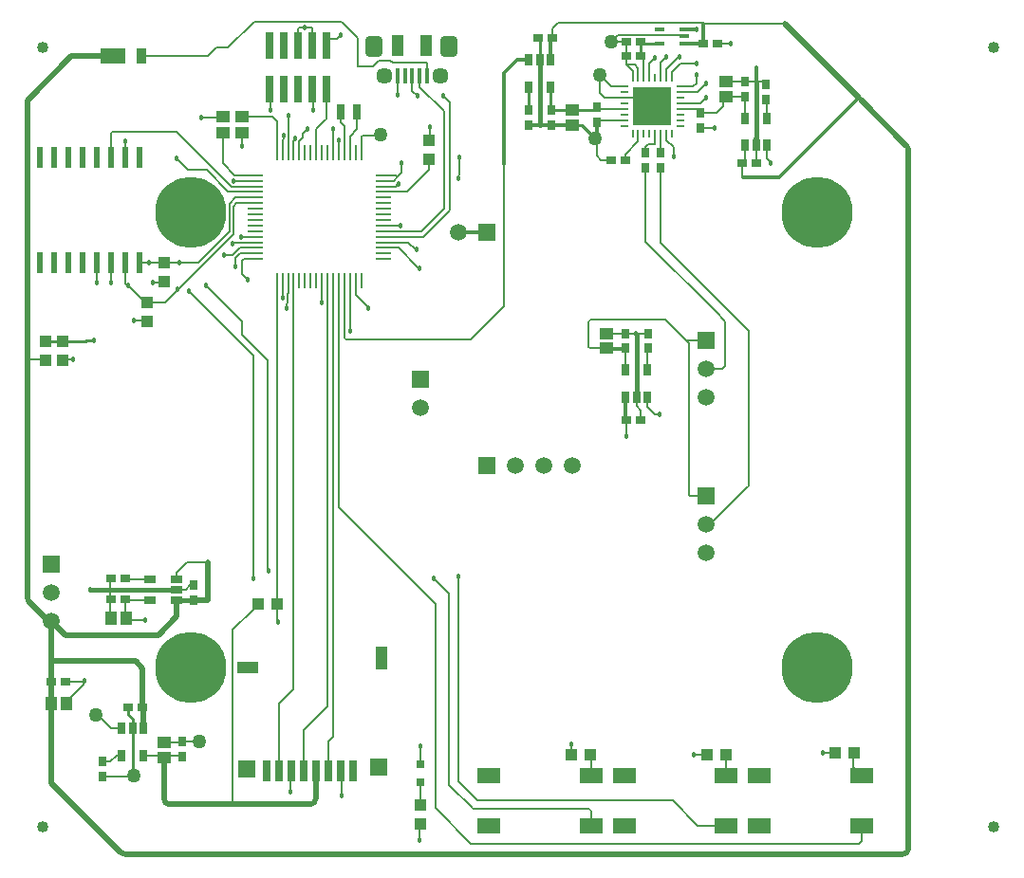
<source format=gtl>
G04*
G04 #@! TF.GenerationSoftware,Altium Limited,Altium Designer,21.9.2 (33)*
G04*
G04 Layer_Physical_Order=1*
G04 Layer_Color=255*
%FSLAX25Y25*%
%MOIN*%
G70*
G04*
G04 #@! TF.SameCoordinates,36AF05F9-EE1F-4495-BFDE-5FD0FD3D89CD*
G04*
G04*
G04 #@! TF.FilePolarity,Positive*
G04*
G01*
G75*
%ADD10C,0.01000*%
%ADD14C,0.00600*%
%ADD16R,0.02992X0.09449*%
%ADD17R,0.03937X0.04331*%
%ADD18R,0.04000X0.05000*%
%ADD19R,0.03543X0.02756*%
%ADD20R,0.02756X0.03543*%
%ADD21R,0.08661X0.05512*%
%ADD22R,0.03543X0.05512*%
%ADD23R,0.01100X0.05800*%
%ADD24R,0.05800X0.01100*%
%ADD25R,0.03937X0.07480*%
%ADD26R,0.01575X0.05315*%
%ADD27R,0.04331X0.02559*%
%ADD28R,0.03150X0.03150*%
%ADD29R,0.02087X0.07795*%
%ADD30R,0.04724X0.04331*%
%ADD31R,0.02559X0.04331*%
%ADD32R,0.05000X0.04000*%
%ADD33R,0.02953X0.05512*%
%ADD34R,0.04331X0.03937*%
%ADD35R,0.08268X0.05512*%
%ADD36R,0.03150X0.07480*%
%ADD37R,0.05906X0.05906*%
%ADD38R,0.03937X0.07874*%
%ADD39R,0.07284X0.03937*%
%ADD40O,0.00787X0.02756*%
%ADD41O,0.02756X0.00787*%
%ADD43R,0.03543X0.01575*%
%ADD72C,0.05000*%
%ADD79C,0.02000*%
%ADD80C,0.00800*%
%ADD81C,0.02000*%
%ADD82C,0.01500*%
%ADD83R,0.13386X0.13386*%
%ADD84C,0.04000*%
%ADD85C,0.01200*%
%ADD86C,0.05906*%
%ADD87C,0.05709*%
G04:AMPARAMS|DCode=88|XSize=59.06mil|YSize=74.8mil|CornerRadius=14.76mil|HoleSize=0mil|Usage=FLASHONLY|Rotation=180.000|XOffset=0mil|YOffset=0mil|HoleType=Round|Shape=RoundedRectangle|*
%AMROUNDEDRECTD88*
21,1,0.05906,0.04528,0,0,180.0*
21,1,0.02953,0.07480,0,0,180.0*
1,1,0.02953,-0.01476,0.02264*
1,1,0.02953,0.01476,0.02264*
1,1,0.02953,0.01476,-0.02264*
1,1,0.02953,-0.01476,-0.02264*
%
%ADD88ROUNDEDRECTD88*%
%ADD89R,0.05906X0.05906*%
%ADD90C,0.25000*%
%ADD91C,0.01800*%
D10*
X32080Y-255456D02*
G03*
X32063Y-254063I-726J688D01*
G01*
X32079Y-255457D02*
G03*
X32080Y-255456I-725J689D01*
G01*
X32061Y-254061D02*
X32063Y-254063D01*
X32079Y-255457D02*
X32080Y-255456D01*
X31808Y-255742D02*
X32079Y-255457D01*
X15196Y-102929D02*
X17871D01*
X14971Y-103154D02*
X15196Y-102929D01*
X7000Y-103154D02*
X14971D01*
X189150Y-27150D02*
X194000Y-32000D01*
X186000Y-27150D02*
X189150D01*
X31500Y-253500D02*
X32061Y-254061D01*
X31500Y-253500D02*
Y-239276D01*
X1000Y-103154D02*
X7000D01*
X31500Y-239276D02*
Y-236000D01*
X29941Y-234441D02*
X31500Y-236000D01*
X29941Y-234441D02*
Y-232000D01*
X210618Y1441D02*
X216669D01*
X210059Y-3000D02*
Y2000D01*
X174500Y-4276D02*
Y2941D01*
X186000Y-21850D02*
X195043D01*
X178500Y-21941D02*
X185909D01*
X178240Y-21681D02*
Y-13724D01*
X170760Y-21681D02*
Y-13724D01*
D14*
X105173Y8827D02*
G03*
X104752Y9000I-421J-427D01*
G01*
X110500Y3252D02*
G03*
X110326Y3674I-600J0D01*
G01*
X74248Y9000D02*
G03*
X73824Y8824I0J-600D01*
G01*
X84204Y-33431D02*
G03*
X84200Y-33503I596J-72D01*
G01*
X63073Y-24325D02*
G03*
X63073Y-24324I-424J425D01*
G01*
X62649Y-24500D02*
G03*
X63073Y-24325I0J600D01*
G01*
X221176Y-264676D02*
G03*
X220752Y-264500I-424J-424D01*
G01*
X152324Y-264324D02*
G03*
X152749Y-264500I424J424D01*
G01*
X192500Y-268100D02*
G03*
X191900Y-267500I-600J0D01*
G01*
X150824Y-267324D02*
G03*
X151249Y-267500I424J424D01*
G01*
X145800Y-257552D02*
G03*
X145974Y-257974I600J0D01*
G01*
X142500Y-258752D02*
G03*
X142674Y-259174I600J0D01*
G01*
X286252Y-280000D02*
G03*
X286676Y-279824I-0J600D01*
G01*
X150324Y-279824D02*
G03*
X150749Y-280000I424J424D01*
G01*
X138000Y-267251D02*
G03*
X138174Y-267674I600J0D01*
G01*
X42752Y-89500D02*
G03*
X43176Y-89324I0J600D01*
G01*
X108000Y-84623D02*
G03*
X107999Y-84580I-600J0D01*
G01*
X105900Y-101900D02*
G03*
X106500Y-102500I600J0D01*
G01*
X150251D02*
G03*
X150676Y-102324I0J600D01*
G01*
X66676Y-204478D02*
G03*
X66500Y-204902I424J-424D01*
G01*
X86057Y-88284D02*
G03*
X86079Y-88030I-1777J285D01*
G01*
X86148Y-84614D02*
G03*
X86148Y-84603I-600J12D01*
G01*
X146125Y-43936D02*
G03*
X146126Y-43900I-599J36D01*
G01*
X142824Y-57176D02*
G03*
X143000Y-56752I-424J424D01*
G01*
Y-19748D02*
G03*
X142824Y-19324I-600J0D01*
G01*
X140824Y-56676D02*
G03*
X141000Y-56252I-424J424D01*
G01*
Y-22749D02*
G03*
X140824Y-22324I-600J0D01*
G01*
X135935Y-30097D02*
G03*
X135961Y-29934I-574J175D01*
G01*
X96176Y-28324D02*
G03*
X96000Y-28749I424J-424D01*
G01*
X99322Y-25178D02*
G03*
X99500Y-24755I-422J427D01*
G01*
Y2031D02*
X100696Y3227D01*
X103227D02*
X104500Y4500D01*
X99500Y854D02*
Y2031D01*
X100696Y3227D02*
X103227D01*
X92000Y7000D02*
X94148D01*
X94500Y6649D01*
Y854D02*
Y6649D01*
X90000Y7000D02*
X92000D01*
X89500Y6500D02*
X90000Y7000D01*
X89500Y854D02*
Y6500D01*
X74248Y9000D02*
X104752D01*
X105173Y8827D02*
X110326Y3674D01*
X110500Y-6500D02*
Y3252D01*
X65000Y0D02*
X73824Y8824D01*
X94500Y-14500D02*
X94800Y-14800D01*
Y-22000D02*
Y-14800D01*
X79800Y-22000D02*
Y-14800D01*
X79500Y-14500D02*
X79800Y-14800D01*
X110500Y-6500D02*
X116000D01*
X61000Y0D02*
X65000D01*
X58000Y-3000D02*
X61000Y0D01*
X132500Y-266154D02*
Y-258248D01*
X132300Y-278500D02*
Y-273046D01*
X132500Y-272847D01*
X128400Y-68400D02*
X131000Y-71000D01*
X84204Y-33431D02*
X84500Y-30977D01*
X185653Y-244654D02*
X186000Y-245000D01*
X185653Y-248500D02*
Y-244654D01*
X63073Y-24324D02*
X63153Y-24244D01*
X63073Y-24325D02*
X63073Y-24324D01*
X55500Y-24500D02*
X62649D01*
X23712Y-201034D02*
Y-190534D01*
X145974Y-257974D02*
X152324Y-264324D01*
X221176Y-264676D02*
X230000Y-273500D01*
X152749Y-264500D02*
X220752D01*
X151249Y-267500D02*
X191900D01*
X192500Y-273500D02*
Y-268100D01*
X142674Y-259174D02*
X150824Y-267324D01*
X145800Y-257552D02*
Y-186000D01*
X142500Y-258752D02*
Y-192000D01*
X79000Y-184000D02*
Y-110000D01*
X286676Y-279824D02*
X287500Y-279000D01*
X150749Y-280000D02*
X286252D01*
X138174Y-267674D02*
X150324Y-279824D01*
X287500Y-279000D02*
Y-273500D01*
X138000Y-267251D02*
Y-195500D01*
X226000Y-103000D02*
X227000Y-104000D01*
X227351Y-157500D02*
X233000D01*
X227000Y-157149D02*
X227351Y-157500D01*
X227000Y-157149D02*
Y-104000D01*
X218500Y-95500D02*
X226000Y-103000D01*
X233000D01*
X37300Y-75500D02*
X47800D01*
X43176Y-89324D02*
X67000Y-65500D01*
X35800Y-89500D02*
X42752D01*
X47800Y-75500D02*
X54500D01*
X34000D02*
X37300D01*
X107800Y-82000D02*
X107998Y-84577D01*
X107999Y-84580D01*
X108000Y-84623D02*
X108000Y-99500D01*
X105900Y-101900D02*
Y-82000D01*
X106500Y-102500D02*
X150251D01*
X150676Y-102324D02*
X162000Y-91000D01*
X42347Y-82500D02*
X42500Y-82346D01*
X38500Y-82500D02*
X42347D01*
X47000Y-39000D02*
X51000Y-43000D01*
X57500D01*
X65100Y-50600D01*
X74500D01*
X34496Y-3000D02*
X58000D01*
X66676Y-204478D02*
X73788Y-197365D01*
X66500Y-266000D02*
Y-204902D01*
X73788Y-197169D02*
X75457Y-195500D01*
X75653D01*
X73788Y-197365D02*
Y-197169D01*
X51300Y-85500D02*
X74000Y-108200D01*
Y-186500D02*
Y-108200D01*
X7346Y-109500D02*
X10500D01*
X7000Y-109846D02*
X7346Y-109500D01*
X86079Y-88030D02*
X86148Y-84614D01*
X86148Y-84603D02*
X86148Y-84602D01*
X85546Y-91475D02*
X86057Y-88284D01*
X86148Y-84602D02*
Y-84600D01*
X50500Y-181000D02*
X57941D01*
X54181Y-194274D02*
X54362Y-194093D01*
X14270Y-223880D02*
Y-222730D01*
X14500Y-222500D01*
X8150Y-230500D02*
Y-230000D01*
X14270Y-223880D01*
X14175Y-222500D02*
X14500D01*
X8059Y-223000D02*
X13675D01*
X14175Y-222500D01*
X103900Y-161400D02*
Y-82000D01*
Y-161400D02*
X138000Y-195500D01*
X162000Y-91000D02*
Y-40500D01*
X274000Y-248000D02*
X278153D01*
X228500Y-248500D02*
X233154D01*
X137500Y-187000D02*
X142500Y-192000D01*
X70000Y-101000D02*
X79000Y-110000D01*
X70000Y-101000D02*
Y-96200D01*
X57300Y-83500D02*
X70000Y-96200D01*
X82200Y-201700D02*
X82500Y-202000D01*
X82200Y-201700D02*
Y-82000D01*
X69550Y-66450D02*
X74450D01*
X74500Y-66400D01*
X69500Y-66500D02*
X69550Y-66450D01*
X36154Y-96000D02*
X36500Y-96346D01*
X32000Y-96000D02*
X36154D01*
X29800Y-83500D02*
X35800Y-89500D01*
X109800Y-86800D02*
X114500Y-91500D01*
X98000Y-89500D02*
Y-82000D01*
X91480Y-240020D02*
X100000Y-231500D01*
Y-82000D01*
X101900Y-242100D02*
Y-82000D01*
X100142Y-243858D02*
X101900Y-242100D01*
X109800Y-86800D02*
Y-82000D01*
X87000Y-257491D02*
X87150Y-254051D01*
X87000Y-261500D02*
Y-257491D01*
X104472Y-254051D02*
X104800Y-254379D01*
Y-263000D02*
Y-254379D01*
X91480Y-254051D02*
Y-240020D01*
X100142Y-254051D02*
Y-243858D01*
X82819Y-230681D02*
X88100Y-225400D01*
X82819Y-254051D02*
Y-230681D01*
X146000Y-46000D02*
X146125Y-43936D01*
X146126Y-43900D02*
Y-38500D01*
X86148Y-84600D02*
X86200Y-82001D01*
X84280Y-88000D02*
Y-84600D01*
X84200Y-82000D02*
X84280Y-84600D01*
X88100Y-225400D02*
Y-82000D01*
X119500Y-62500D02*
X125500D01*
X124675Y-48000D02*
X125000D01*
X124000Y-44700D02*
X124650Y-45350D01*
X119500Y-44700D02*
X124000D01*
X119500Y-46700D02*
X123300D01*
X124650Y-45350D01*
X126000Y-44000D01*
X123975Y-48700D02*
X124675Y-48000D01*
X126000Y-44000D02*
Y-40500D01*
X91435Y-31565D02*
Y-30065D01*
X93000Y-28500D01*
X90100Y-32900D02*
X91435Y-31565D01*
X90100Y-37000D02*
Y-32900D01*
X88100Y-32725D02*
X88500Y-32325D01*
Y-32000D01*
X88100Y-37000D02*
Y-32725D01*
X86200Y-37000D02*
X86300Y-34400D01*
Y-24000D01*
X84200Y-37000D02*
Y-33503D01*
X124800Y-70300D02*
X132000Y-77500D01*
X119500Y-70300D02*
X124800D01*
X119500Y-68400D02*
X128400D01*
X47086Y-186794D02*
Y-184414D01*
X69212Y-70300D02*
X74500D01*
X66512Y-73000D02*
X69212Y-70300D01*
X63500Y-73000D02*
X66512D01*
X67500Y-74000D02*
X69200Y-72300D01*
X74500D01*
X67500Y-77000D02*
Y-74000D01*
X67371Y-68400D02*
X74500D01*
X66771Y-69000D02*
X67371Y-68400D01*
X47086Y-184414D02*
X50500Y-181000D01*
X132500Y-251752D02*
Y-245500D01*
X19000Y-82500D02*
Y-75500D01*
X29000Y-38610D02*
Y-33000D01*
X24000Y-38610D02*
Y-30000D01*
X24500Y-29500D01*
X46954D01*
X66254Y-48800D01*
X69027D02*
X69127Y-48700D01*
X74500D01*
X66254Y-48800D02*
X69027D01*
X67200Y-44700D02*
X74500D01*
X63153Y-40653D02*
X67200Y-44700D01*
Y-46700D02*
X74500D01*
X65500Y-54700D02*
X67600Y-52600D01*
X65500Y-64500D02*
Y-54700D01*
X54500Y-75500D02*
X65500Y-64500D01*
X29000Y-83000D02*
X29500Y-83500D01*
X29000Y-83000D02*
Y-75500D01*
X67000Y-65500D02*
Y-55700D01*
X68100Y-54600D01*
X74500D01*
X67600Y-52600D02*
X74500D01*
X116000Y-6500D02*
X118000Y-4500D01*
X122000D01*
X122791Y-5291D01*
X134440D01*
X134791Y-9736D02*
Y-5643D01*
X134440Y-5291D02*
X134791Y-5643D01*
X124528Y-16472D02*
Y-9764D01*
X124500Y-16500D02*
X124528Y-16472D01*
Y-9764D02*
X124555Y-9736D01*
X140500Y-17000D02*
X142824Y-19324D01*
X133600Y-66400D02*
X142824Y-57176D01*
X143000Y-56752D02*
Y-19748D01*
X133100Y-64400D02*
X140824Y-56676D01*
X132232Y-13732D02*
X140824Y-22324D01*
X141000Y-56252D02*
Y-22749D01*
X119500Y-64400D02*
X133100D01*
X132232Y-13732D02*
Y-9736D01*
X129673Y-15173D02*
X131500Y-17000D01*
X129673Y-15173D02*
Y-9736D01*
X119500Y-66400D02*
X133600D01*
X135961Y-29934D02*
X136000Y-28000D01*
X135500Y-31500D02*
X135934Y-30100D01*
X135935Y-30097D01*
X28921Y-200943D02*
Y-194534D01*
X29012Y-201034D02*
X35862D01*
X135653Y-42846D02*
Y-39500D01*
X119500Y-50600D02*
X127900D01*
X119500Y-48700D02*
X123975D01*
X127900Y-50600D02*
X135653Y-42846D01*
X70000Y-79500D02*
Y-75000D01*
X70700Y-74300D02*
X74500D01*
X70000Y-75000D02*
X70700Y-74300D01*
X23712Y-186625D02*
X23803Y-186534D01*
X28921Y-187034D02*
X29161Y-186794D01*
X23712Y-190534D02*
Y-186625D01*
X47086Y-190534D02*
X50154D01*
X51713Y-188975D01*
X29161Y-186794D02*
X37637D01*
X70000Y-79500D02*
X72000Y-81500D01*
X29181Y-194274D02*
X37637D01*
X28921Y-194534D02*
X29181Y-194274D01*
X28921Y-200943D02*
X29012Y-201034D01*
X47346Y-186534D02*
X48232D01*
X47086Y-186794D02*
X47346Y-186534D01*
X21000Y-256059D02*
X31441D01*
X21000Y-250941D02*
X23559D01*
X25776Y-248724D01*
X27760D01*
X23776Y-239276D02*
X27760D01*
X19500Y-235000D02*
X23776Y-239276D01*
X80744Y-24244D02*
X82200Y-25700D01*
X69846Y-24244D02*
X80744D01*
X70000Y-34500D02*
Y-29909D01*
X69846Y-29756D02*
X70000Y-29909D01*
X96176Y-28324D02*
X99322Y-25178D01*
X96000Y-31812D02*
X96000Y-28749D01*
X102000Y-34400D02*
Y-28500D01*
X96000Y-37000D02*
Y-31812D01*
X63153Y-40653D02*
Y-29756D01*
X103900Y-37000D02*
X103950Y-36950D01*
X110354Y-28646D02*
Y-22500D01*
X112152Y-30700D02*
X118300D01*
X111800Y-31051D02*
X112152Y-30700D01*
X111800Y-37000D02*
Y-31051D01*
X107800Y-31200D02*
X110354Y-28646D01*
X107800Y-37000D02*
Y-31200D01*
X105900Y-37000D02*
Y-27400D01*
X104646Y-26146D02*
X105900Y-27400D01*
X104646Y-26146D02*
Y-22500D01*
X103950Y-36950D02*
Y-32550D01*
X104000Y-32500D01*
X101900Y-37000D02*
X102000Y-34400D01*
X99500Y-24755D02*
Y-12500D01*
X82200Y-37000D02*
Y-25700D01*
X230000Y-273500D02*
X240000D01*
D16*
X79500Y854D02*
D03*
Y-14500D02*
D03*
X84500Y854D02*
D03*
Y-14500D02*
D03*
X89500Y854D02*
D03*
Y-14500D02*
D03*
X94500Y854D02*
D03*
Y-14500D02*
D03*
X99500Y854D02*
D03*
Y-14500D02*
D03*
D17*
X132500Y-272847D02*
D03*
Y-266154D02*
D03*
X36500Y-96346D02*
D03*
Y-89653D02*
D03*
X1000Y-109846D02*
D03*
Y-103154D02*
D03*
X7000Y-103154D02*
D03*
Y-109846D02*
D03*
X135500Y-32653D02*
D03*
Y-39346D02*
D03*
X42500Y-82346D02*
D03*
Y-75653D02*
D03*
D18*
X8150Y-230500D02*
D03*
X2850D02*
D03*
X29150Y-200500D02*
D03*
X23850D02*
D03*
D19*
X8059Y-223000D02*
D03*
X2941D02*
D03*
X28921Y-186534D02*
D03*
X23803D02*
D03*
X29059Y-194000D02*
D03*
X23941D02*
D03*
X29941Y-232000D02*
D03*
X35059D02*
D03*
X204941Y-3000D02*
D03*
X210059D02*
D03*
X179059Y3500D02*
D03*
X173941D02*
D03*
X210059Y-131000D02*
D03*
X204941D02*
D03*
X199441Y-39500D02*
D03*
X204559D02*
D03*
X250559Y-40500D02*
D03*
X245441D02*
D03*
X237059Y1500D02*
D03*
X231941D02*
D03*
X204941Y2000D02*
D03*
X210059D02*
D03*
D20*
X211500Y-42059D02*
D03*
Y-36941D02*
D03*
X53000Y-194059D02*
D03*
Y-188941D02*
D03*
X21000Y-256059D02*
D03*
Y-250941D02*
D03*
X49000Y-243941D02*
D03*
Y-249059D02*
D03*
X178500Y-27059D02*
D03*
Y-21941D02*
D03*
X170500Y-27059D02*
D03*
Y-21941D02*
D03*
X194500Y-26059D02*
D03*
Y-20941D02*
D03*
X204500Y-100457D02*
D03*
Y-105575D02*
D03*
X231000Y-28059D02*
D03*
Y-22941D02*
D03*
X212500Y-100457D02*
D03*
Y-105575D02*
D03*
X246500Y-11941D02*
D03*
Y-17059D02*
D03*
X254000Y-12941D02*
D03*
Y-18059D02*
D03*
X217000Y-36941D02*
D03*
Y-42059D02*
D03*
D21*
X24457Y-3000D02*
D03*
D22*
X34496D02*
D03*
D23*
X111800Y-82000D02*
D03*
X109800D02*
D03*
X107800D02*
D03*
X105900D02*
D03*
X103900D02*
D03*
X101900D02*
D03*
X100000D02*
D03*
X98000D02*
D03*
X96000D02*
D03*
X94000D02*
D03*
X92100D02*
D03*
X90100D02*
D03*
X88100D02*
D03*
X86200D02*
D03*
X84200D02*
D03*
X82200D02*
D03*
Y-37000D02*
D03*
X84200D02*
D03*
X86200D02*
D03*
X88100D02*
D03*
X90100D02*
D03*
X92100D02*
D03*
X94000D02*
D03*
X96000D02*
D03*
X98000D02*
D03*
X100000D02*
D03*
X101900D02*
D03*
X103900D02*
D03*
X105900D02*
D03*
X107800D02*
D03*
X109800D02*
D03*
X111800D02*
D03*
D24*
X74500Y-74300D02*
D03*
Y-72300D02*
D03*
Y-70300D02*
D03*
Y-68400D02*
D03*
Y-66400D02*
D03*
Y-64400D02*
D03*
Y-62500D02*
D03*
Y-60500D02*
D03*
Y-58500D02*
D03*
Y-56500D02*
D03*
Y-54600D02*
D03*
Y-52600D02*
D03*
Y-50600D02*
D03*
Y-48700D02*
D03*
Y-46700D02*
D03*
Y-44700D02*
D03*
X119500D02*
D03*
Y-46700D02*
D03*
Y-48700D02*
D03*
Y-50600D02*
D03*
Y-52600D02*
D03*
Y-54600D02*
D03*
Y-56500D02*
D03*
Y-58500D02*
D03*
Y-60500D02*
D03*
Y-62500D02*
D03*
Y-64400D02*
D03*
Y-66400D02*
D03*
Y-68400D02*
D03*
Y-70300D02*
D03*
Y-72300D02*
D03*
Y-74300D02*
D03*
D25*
X124752Y894D02*
D03*
X134595D02*
D03*
D26*
X124555Y-9736D02*
D03*
X127114D02*
D03*
X129673D02*
D03*
X132232D02*
D03*
X134791D02*
D03*
D27*
X47086Y-194274D02*
D03*
Y-190534D02*
D03*
Y-186794D02*
D03*
X37637D02*
D03*
Y-194274D02*
D03*
D28*
X132500Y-258248D02*
D03*
Y-251752D02*
D03*
D29*
X-1000Y-75500D02*
D03*
X4000D02*
D03*
X9000D02*
D03*
X14000D02*
D03*
X19000D02*
D03*
X24000D02*
D03*
X29000D02*
D03*
X34000D02*
D03*
X-1000Y-38610D02*
D03*
X4000D02*
D03*
X9000D02*
D03*
X14000D02*
D03*
X19000D02*
D03*
X24000D02*
D03*
X29000D02*
D03*
X34000D02*
D03*
D30*
X63153Y-29756D02*
D03*
X69846D02*
D03*
Y-24244D02*
D03*
X63153D02*
D03*
D31*
X35240Y-248724D02*
D03*
X27760D02*
D03*
Y-239276D02*
D03*
X31500D02*
D03*
X35240D02*
D03*
X178240Y-13724D02*
D03*
X170760D02*
D03*
Y-4276D02*
D03*
X174500D02*
D03*
X178240D02*
D03*
X204760Y-113291D02*
D03*
X212240D02*
D03*
Y-122740D02*
D03*
X208500D02*
D03*
X204760D02*
D03*
X246760Y-24776D02*
D03*
X254240D02*
D03*
Y-34224D02*
D03*
X250500D02*
D03*
X246760D02*
D03*
D32*
X42500Y-244350D02*
D03*
Y-249650D02*
D03*
X186000Y-27150D02*
D03*
Y-21850D02*
D03*
X198000Y-100366D02*
D03*
Y-105666D02*
D03*
X240000Y-11850D02*
D03*
Y-17150D02*
D03*
D33*
X104646Y-22500D02*
D03*
X110354D02*
D03*
D34*
X82346Y-195500D02*
D03*
X75653D02*
D03*
X233154Y-248500D02*
D03*
X239846D02*
D03*
X185653D02*
D03*
X192347D02*
D03*
X278153Y-248000D02*
D03*
X284846D02*
D03*
D35*
X204173Y-255784D02*
D03*
Y-273500D02*
D03*
X240000Y-255784D02*
D03*
Y-273500D02*
D03*
X156673Y-255784D02*
D03*
Y-273500D02*
D03*
X192500Y-255784D02*
D03*
Y-273500D02*
D03*
X251673Y-255784D02*
D03*
Y-273500D02*
D03*
X287500Y-255784D02*
D03*
Y-273500D02*
D03*
D36*
X108803Y-254051D02*
D03*
X104472D02*
D03*
X100142D02*
D03*
X95811D02*
D03*
X91480D02*
D03*
X87150D02*
D03*
X82819D02*
D03*
X78488D02*
D03*
D37*
X71500Y-253500D02*
D03*
X118000Y-253000D02*
D03*
X3000Y-181500D02*
D03*
X233000Y-103000D02*
D03*
X132500Y-116500D02*
D03*
X233000Y-157500D02*
D03*
D38*
X119000Y-214531D02*
D03*
D39*
X71791Y-217878D02*
D03*
D40*
X207110Y-10657D02*
D03*
X209079D02*
D03*
X211047D02*
D03*
X213016D02*
D03*
X214984D02*
D03*
X216953D02*
D03*
X218921D02*
D03*
X220890D02*
D03*
Y-30343D02*
D03*
X218921D02*
D03*
X216953D02*
D03*
X214984D02*
D03*
X213016D02*
D03*
X211047D02*
D03*
X209079D02*
D03*
X207110D02*
D03*
D41*
X223843Y-13610D02*
D03*
Y-15579D02*
D03*
Y-17547D02*
D03*
Y-19516D02*
D03*
Y-21484D02*
D03*
Y-23453D02*
D03*
Y-25421D02*
D03*
Y-27390D02*
D03*
X204157D02*
D03*
Y-25421D02*
D03*
Y-23453D02*
D03*
Y-21484D02*
D03*
Y-19516D02*
D03*
Y-17547D02*
D03*
Y-15579D02*
D03*
Y-13610D02*
D03*
D43*
X216669Y1441D02*
D03*
Y6559D02*
D03*
X225331D02*
D03*
Y4000D02*
D03*
Y1441D02*
D03*
D72*
X194000Y-32000D02*
D03*
X31808Y-255742D02*
D03*
X18500Y-234500D02*
D03*
X55000Y-244000D02*
D03*
X118500Y-30500D02*
D03*
X199500Y2000D02*
D03*
X195500Y-9500D02*
D03*
D79*
X27418Y-282918D02*
G03*
X28828Y-283500I1410J1418D01*
G01*
X302006D02*
G03*
X304000Y-281500I-6J2000D01*
G01*
X303994Y-35823D02*
G03*
X303420Y-34420I-2000J-0D01*
G01*
X-5500Y-193228D02*
G03*
X-4917Y-194640I2000J0D01*
G01*
X42500Y-264000D02*
G03*
X44500Y-266000I2000J0D01*
G01*
X93817D02*
G03*
X95811Y-264000I-6J2000D01*
G01*
X304000Y-281500D02*
Y-137500D01*
X3000Y-230500D02*
Y-223000D01*
Y-215500D01*
Y-258500D02*
Y-230500D01*
Y-258500D02*
X27414Y-282914D01*
X28828Y-283500D02*
X302006D01*
X27414Y-282914D02*
X27418Y-282918D01*
X303414Y-34414D02*
X303420Y-34420D01*
X-4917Y-194640D02*
X-1054Y-198503D01*
X-5500Y-193228D02*
Y-109500D01*
Y-18500D01*
X303994Y-35823D02*
X304000Y-137500D01*
X-5500Y-18500D02*
X10000Y-3000D01*
X8000Y-206500D02*
X40500D01*
X3000Y-201500D02*
X8000Y-206500D01*
X40500D02*
X47086Y-199914D01*
Y-194274D01*
X-1054Y-198503D02*
X1943Y-201500D01*
X44500Y-266000D02*
X66500D01*
X93817D01*
X287250Y-18250D02*
X303414Y-34414D01*
X260441Y8559D02*
X286500Y-17500D01*
X53000Y-194059D02*
X57941D01*
Y-181000D01*
X3000Y-215500D02*
Y-201500D01*
X32500Y-215500D02*
X35059Y-218059D01*
X3000Y-215500D02*
X32500D01*
X35059Y-232000D02*
Y-218059D01*
X10000Y-3000D02*
X24457D01*
X1943Y-201500D02*
X3000D01*
X95811Y-264000D02*
Y-254051D01*
X42500Y-264000D02*
Y-249650D01*
X35059Y-232000D02*
X35240Y-232378D01*
Y-239276D02*
Y-232378D01*
D80*
X211500Y-67674D02*
G03*
X211731Y-68231I800J6D01*
G01*
X236500Y-93000D02*
G03*
X236497Y-92997I-565J-566D01*
G01*
X239500Y-96331D02*
G03*
X239267Y-95767I-800J0D01*
G01*
X247766Y-154234D02*
G03*
X248000Y-153669I-566J566D01*
G01*
X248000Y-99887D02*
G03*
X247766Y-99321I-800J0D01*
G01*
X192462Y-95500D02*
G03*
X191666Y-96296I4J-800D01*
G01*
X179290Y7290D02*
G03*
X179059Y6732I569J-563D01*
G01*
X234169Y-167500D02*
G03*
X234733Y-167267I-0J800D01*
G01*
X48559Y-244000D02*
X55000D01*
X236500Y-93000D02*
X239267Y-95767D01*
X211500Y-67674D02*
Y-42059D01*
X211731Y-68231D02*
X236497Y-92997D01*
X239500Y-112000D02*
Y-96331D01*
X238500Y-113000D02*
X239500Y-112000D01*
X233000Y-113000D02*
X238500D01*
X192462Y-95500D02*
X218500D01*
X192462D02*
X192462D01*
X248000Y-153669D02*
X248000Y-99887D01*
X217000Y-68555D02*
X247766Y-99321D01*
X247766Y-99321D02*
X247766Y-99321D01*
X234733Y-167267D02*
X247766Y-154234D01*
X191666Y-105197D02*
Y-96296D01*
X179290Y7290D02*
X180941Y8941D01*
X179059Y3500D02*
Y6732D01*
X204500Y-137000D02*
X204941Y-136559D01*
Y-131000D01*
X213016Y-5484D02*
X215000Y-3500D01*
X654Y-109500D02*
X1000Y-109846D01*
X-5500Y-109500D02*
X654D01*
X180941Y8941D02*
X231941D01*
X286500Y-17500D02*
X287250Y-18250D01*
X231941Y8559D02*
X260441D01*
X245441Y-44972D02*
X245910Y-45441D01*
X245441Y-44972D02*
Y-40500D01*
X192500Y-255784D02*
Y-248500D01*
X217000Y-68555D02*
Y-42059D01*
X192134Y-105666D02*
X198000D01*
X191666Y-105197D02*
X192134Y-105666D01*
X48500Y-249059D02*
X49000D01*
X49041Y-249015D02*
X49089Y-249059D01*
X194500Y-38000D02*
Y-31500D01*
X194000Y-32000D02*
X194500Y-31500D01*
Y-38000D02*
X196000Y-39500D01*
X230984Y-19516D02*
X233000Y-17500D01*
X229921Y-15579D02*
X232500Y-13000D01*
X49000Y-249059D02*
X49089D01*
X48769Y-248765D02*
X49041Y-249015D01*
X48724Y-248724D02*
X48769Y-248765D01*
X66500Y-69000D02*
X66771D01*
X35240Y-248724D02*
X48724D01*
X240000Y-255784D02*
Y-248500D01*
X24000Y-82500D02*
Y-75500D01*
X118300Y-30700D02*
X118500Y-30500D01*
X19000Y-234500D02*
X19500Y-235000D01*
X18500Y-234500D02*
X19000D01*
X48500Y-243941D02*
X48559Y-244000D01*
X42500Y-244350D02*
X48091D01*
X48500Y-243941D01*
X239000Y-18150D02*
X240000Y-17150D01*
X237059Y1500D02*
X241500D01*
X239000Y-20500D02*
Y-18150D01*
X250500Y-11941D02*
X253000D01*
X246500D02*
X250500D01*
X246591Y-17150D02*
X246760Y-17319D01*
X240000Y-17150D02*
X246591D01*
X240091Y-11941D02*
X246500D01*
X240000Y-11850D02*
X240091Y-11941D01*
X255500Y-40500D02*
Y-40229D01*
X254240Y-38969D02*
X255500Y-40229D01*
X254240Y-24776D02*
Y-18299D01*
Y-38969D02*
Y-34224D01*
X250500Y-40441D02*
Y-34224D01*
X246760Y-24776D02*
Y-17319D01*
Y-39181D02*
Y-34224D01*
X245441Y-40500D02*
X246760Y-39181D01*
X236559Y-22941D02*
X239000Y-20500D01*
X231000Y-22941D02*
X236559D01*
X231000Y-28059D02*
X235941D01*
X224953Y4378D02*
X225331Y4000D01*
X201878Y4378D02*
X224953D01*
X204941Y-3000D02*
Y2000D01*
X199500D02*
X204941D01*
X199500D02*
X201878Y4378D01*
X229500Y-12500D02*
Y-10000D01*
X224000Y-5500D02*
X229500D01*
X220890Y-8610D02*
X224000Y-5500D01*
X218921Y-7579D02*
X223500Y-3000D01*
X220890Y-10657D02*
Y-8610D01*
X218921Y-10657D02*
Y-7579D01*
X216953Y-5047D02*
X218500Y-3500D01*
X216953Y-10657D02*
Y-5047D01*
X213016Y-10657D02*
Y-5484D01*
X211047Y-10657D02*
Y-3988D01*
X209079Y-10657D02*
Y-7079D01*
X207941Y-5941D02*
X209079Y-7079D01*
X207110Y-10657D02*
Y-8110D01*
X204941Y-5941D02*
X207941D01*
X204941D02*
X207110Y-8110D01*
X204941Y-5941D02*
Y-3000D01*
X195500Y-9500D02*
X199610Y-13610D01*
X229543Y-21484D02*
X231000Y-22941D01*
X228390Y-13610D02*
X229500Y-12500D01*
X223843Y-19516D02*
X230984D01*
X223843Y-15579D02*
X229921D01*
X223843Y-21484D02*
X229543D01*
X223843Y-13610D02*
X228390D01*
X204157Y-17547D02*
X211047D01*
X199610Y-13610D02*
X204157D01*
X197106Y-17547D02*
X204157D01*
X195043Y-21484D02*
X204157D01*
X195000Y-25421D02*
X204157D01*
X195500Y-15941D02*
X197106Y-17547D01*
X195500Y-15941D02*
Y-9500D01*
X221500Y-38500D02*
Y-35000D01*
X218921Y-32421D02*
X221500Y-35000D01*
X218921Y-32421D02*
Y-30343D01*
X216953Y-36894D02*
Y-30343D01*
X214984Y-33984D02*
Y-30343D01*
X212516Y-33984D02*
X214984D01*
X211500Y-35000D02*
X212516Y-33984D01*
X211500Y-38000D02*
Y-35000D01*
X209079Y-32921D02*
Y-30343D01*
X204559Y-37441D02*
X209079Y-32921D01*
X204559Y-39500D02*
Y-37441D01*
X196000Y-39500D02*
X199441D01*
X198000Y-100366D02*
X198091Y-100457D01*
X207957D02*
X212500D01*
X204500D02*
X207957D01*
X198091D02*
X204500D01*
X207957D02*
X208500Y-101000D01*
X204760Y-113291D02*
Y-105835D01*
X212240Y-113291D02*
Y-105835D01*
X208500Y-126000D02*
Y-122740D01*
X212240Y-126240D02*
Y-122740D01*
X208500Y-126000D02*
X210059Y-127559D01*
X212240Y-126240D02*
X215000Y-129000D01*
X216500D01*
X210059Y-131000D02*
Y-127559D01*
X284500Y-252783D02*
Y-249000D01*
Y-252783D02*
X287500Y-255784D01*
D81*
X304000Y-137500D02*
D03*
D82*
X250061Y-32939D02*
G03*
X250500Y-31879I-1061J1061D01*
G01*
X47086Y-194274D02*
X54181D01*
X16700Y-190534D02*
X23712D01*
X47086D01*
X250500Y-31879D02*
X250500Y-11941D01*
X250000Y-33000D02*
X250061Y-32939D01*
X174500Y-27059D02*
Y-4276D01*
X208500Y-122740D02*
Y-101000D01*
D83*
X214000Y-20500D02*
D03*
D84*
X334000Y0D02*
D03*
Y-274000D02*
D03*
X0Y0D02*
D03*
Y-274000D02*
D03*
D85*
X225331Y1441D02*
X232382D01*
X245910Y-45441D02*
X258559D01*
X286500Y-17500D01*
X198000Y-105835D02*
X204760D01*
X194500Y-31500D02*
Y-26059D01*
X162000Y-40500D02*
Y-9000D01*
X1769Y-222222D02*
X2941Y-223000D01*
X1769Y-222999D02*
Y-222222D01*
X231941Y1500D02*
Y8559D01*
X250500Y-11941D02*
Y-7000D01*
X225331Y6559D02*
X229441D01*
X178240Y-4276D02*
Y3181D01*
X166724Y-4276D02*
X170760D01*
X162000Y-9000D02*
X166724Y-4276D01*
X178500Y-27059D02*
X185909D01*
X174500D02*
X178500D01*
X170500D02*
X174500D01*
X146000Y-65000D02*
X155000D01*
X204760Y-129717D02*
Y-122740D01*
D86*
X3000Y-201500D02*
D03*
Y-191500D02*
D03*
X233000Y-113000D02*
D03*
Y-123000D02*
D03*
X132500Y-126500D02*
D03*
X166000Y-147000D02*
D03*
X176000D02*
D03*
X186000D02*
D03*
X146000Y-65000D02*
D03*
X233000Y-177500D02*
D03*
Y-167500D02*
D03*
D87*
X139516Y-9736D02*
D03*
X119831Y-9736D02*
D03*
D88*
X116287Y500D02*
D03*
X142665D02*
D03*
D89*
X156000Y-147000D02*
D03*
Y-65000D02*
D03*
D90*
X51858Y-217795D02*
D03*
Y-57795D02*
D03*
X271858Y-217795D02*
D03*
Y-57795D02*
D03*
D91*
X92000Y7000D02*
D03*
X104500Y4500D02*
D03*
X94800Y-22000D02*
D03*
X79800D02*
D03*
X132300Y-278500D02*
D03*
X47800Y-75500D02*
D03*
X47300Y-85000D02*
D03*
X17871Y-102929D02*
D03*
X108000Y-99500D02*
D03*
X38500Y-82500D02*
D03*
X46800Y-39000D02*
D03*
X10500Y-109500D02*
D03*
X85546Y-91475D02*
D03*
X16700Y-190534D02*
D03*
X14500Y-222500D02*
D03*
X304000Y-137500D02*
D03*
X204800Y-136500D02*
D03*
X228500Y-248500D02*
D03*
X274000Y-248000D02*
D03*
X137300Y-186500D02*
D03*
X145800Y-186000D02*
D03*
X79300Y-184000D02*
D03*
X73800Y-186500D02*
D03*
X51300Y-85500D02*
D03*
X57300Y-83500D02*
D03*
X69500Y-66500D02*
D03*
X32000Y-96000D02*
D03*
X24000Y-82500D02*
D03*
X37300Y-75500D02*
D03*
X29800Y-83500D02*
D03*
X208300Y-100500D02*
D03*
X98000Y-89500D02*
D03*
X114300Y-91500D02*
D03*
X87000Y-261500D02*
D03*
X104800Y-263000D02*
D03*
X82500Y-202000D02*
D03*
X146000Y-46000D02*
D03*
X146126Y-38500D02*
D03*
X162000Y-40500D02*
D03*
X232842Y-12616D02*
D03*
X84280Y-88000D02*
D03*
X125500Y-62500D02*
D03*
X125000Y-48000D02*
D03*
X126000Y-40500D02*
D03*
X88500Y-32000D02*
D03*
X93000Y-28500D02*
D03*
X84500Y-30977D02*
D03*
X131130Y-70870D02*
D03*
X132130Y-77370D02*
D03*
X66500Y-69000D02*
D03*
X63500Y-73000D02*
D03*
X132500Y-245500D02*
D03*
X185500Y-245000D02*
D03*
X19000Y-82500D02*
D03*
X29000Y-33000D02*
D03*
X67000Y-47000D02*
D03*
X124500Y-16500D02*
D03*
X140500Y-17000D02*
D03*
X131500D02*
D03*
X136000Y-28000D02*
D03*
X55500Y-24500D02*
D03*
X35862Y-201034D02*
D03*
X86300Y-24000D02*
D03*
X72000Y-81500D02*
D03*
X67500Y-77000D02*
D03*
X70000Y-34500D02*
D03*
X104000Y-32500D02*
D03*
X102000Y-28500D02*
D03*
X229500Y6500D02*
D03*
X241500Y1500D02*
D03*
X219000Y-3100D02*
D03*
X223500D02*
D03*
X215000Y-3600D02*
D03*
X229500Y-5600D02*
D03*
X250500Y-7100D02*
D03*
X229500Y-9600D02*
D03*
X233000Y-17600D02*
D03*
X236000Y-28100D02*
D03*
X221500Y-38100D02*
D03*
X255500Y-40500D02*
D03*
X216500Y-129000D02*
D03*
M02*

</source>
